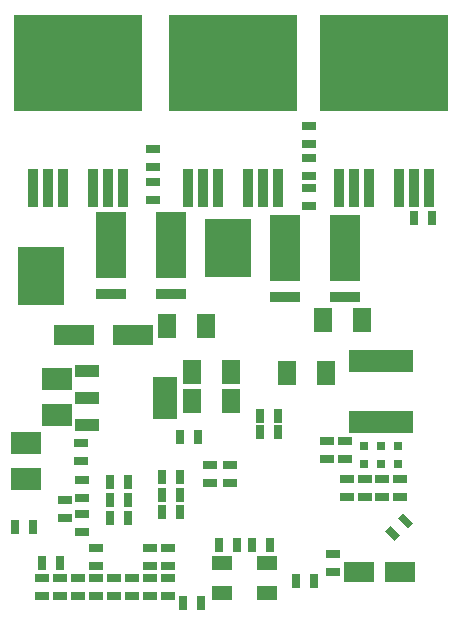
<source format=gbp>
G04 #@! TF.FileFunction,Paste,Bot*
%FSLAX46Y46*%
G04 Gerber Fmt 4.6, Leading zero omitted, Abs format (unit mm)*
G04 Created by KiCad (PCBNEW 4.0.1-stable) date 2016-02-06 8:57:16 PM*
%MOMM*%
G01*
G04 APERTURE LIST*
%ADD10C,0.150000*%
%ADD11R,3.500120X1.800860*%
%ADD12R,2.540000X5.588000*%
%ADD13R,2.540000X0.889000*%
%ADD14R,2.540000X1.699260*%
%ADD15R,1.800860X1.198880*%
%ADD16R,2.499360X1.950720*%
%ADD17R,5.499100X1.849120*%
%ADD18R,0.797560X0.797560*%
%ADD19R,4.000000X5.000000*%
%ADD20R,10.800080X8.150860*%
%ADD21R,0.899160X3.200400*%
%ADD22R,1.143000X0.635000*%
%ADD23R,1.524000X2.032000*%
%ADD24R,0.635000X1.143000*%
%ADD25R,2.032000X3.657600*%
%ADD26R,2.032000X1.016000*%
G04 APERTURE END LIST*
D10*
D11*
X89494360Y-113030000D03*
X84495640Y-113030000D03*
D12*
X102362000Y-105664000D03*
X107442000Y-105664000D03*
D13*
X102362000Y-109791500D03*
X107442000Y-109791500D03*
D12*
X87630000Y-105410000D03*
X92710000Y-105410000D03*
D13*
X87630000Y-109537500D03*
X92710000Y-109537500D03*
D14*
X108633260Y-133096000D03*
X112092740Y-133096000D03*
D15*
X97033080Y-134853680D03*
X97033080Y-132354320D03*
X100832920Y-132354320D03*
X100832920Y-134853680D03*
D16*
X80391000Y-125222000D03*
X80391000Y-122174000D03*
X83000000Y-116776000D03*
X83000000Y-119824000D03*
D17*
X110490000Y-120431560D03*
X110490000Y-115280440D03*
D18*
X111887000Y-123939300D03*
X111887000Y-122440700D03*
X110450000Y-123949300D03*
X110450000Y-122450700D03*
X109050000Y-123949300D03*
X109050000Y-122450700D03*
D19*
X81661000Y-108077000D03*
X97536000Y-105664000D03*
D20*
X110744000Y-89984580D03*
D21*
X114554000Y-100586540D03*
X113284000Y-100586540D03*
X112014000Y-100586540D03*
X109474000Y-100586540D03*
X108204000Y-100586540D03*
X106934000Y-100586540D03*
D20*
X97917000Y-89984580D03*
D21*
X101727000Y-100586540D03*
X100457000Y-100586540D03*
X99187000Y-100586540D03*
X96647000Y-100586540D03*
X95377000Y-100586540D03*
X94107000Y-100586540D03*
D20*
X84836000Y-89984580D03*
D21*
X88646000Y-100586540D03*
X87376000Y-100586540D03*
X86106000Y-100586540D03*
X83566000Y-100586540D03*
X82296000Y-100586540D03*
X81026000Y-100586540D03*
D22*
X83693000Y-127000000D03*
X83693000Y-128524000D03*
D10*
G36*
X112373210Y-128118567D02*
X113181433Y-128926790D01*
X112732420Y-129375803D01*
X111924197Y-128567580D01*
X112373210Y-128118567D01*
X112373210Y-128118567D01*
G37*
G36*
X111295580Y-129196197D02*
X112103803Y-130004420D01*
X111654790Y-130453433D01*
X110846567Y-129645210D01*
X111295580Y-129196197D01*
X111295580Y-129196197D01*
G37*
D22*
X81788000Y-133604000D03*
X81788000Y-135128000D03*
X92456000Y-132588000D03*
X92456000Y-131064000D03*
X90900000Y-132562000D03*
X90900000Y-131038000D03*
X86350000Y-132562000D03*
X86350000Y-131038000D03*
D23*
X102549000Y-116300000D03*
X105851000Y-116300000D03*
D22*
X96012000Y-124079000D03*
X96012000Y-125603000D03*
D24*
X96774000Y-130810000D03*
X98298000Y-130810000D03*
D22*
X107600000Y-126762000D03*
X107600000Y-125238000D03*
X97663000Y-125603000D03*
X97663000Y-124079000D03*
D24*
X100203000Y-121285000D03*
X101727000Y-121285000D03*
D22*
X105918000Y-123571000D03*
X105918000Y-122047000D03*
X85090000Y-123698000D03*
X85090000Y-122174000D03*
D24*
X103251000Y-133858000D03*
X104775000Y-133858000D03*
X95250000Y-135763000D03*
X93726000Y-135763000D03*
X101092000Y-130810000D03*
X99568000Y-130810000D03*
D23*
X105537000Y-111760000D03*
X108839000Y-111760000D03*
X92329000Y-112268000D03*
X95631000Y-112268000D03*
X94488000Y-116205000D03*
X97790000Y-116205000D03*
X94488000Y-118618000D03*
X97790000Y-118618000D03*
D22*
X107442000Y-123571000D03*
X107442000Y-122047000D03*
X85200000Y-125338000D03*
X85200000Y-126862000D03*
X85200000Y-129762000D03*
X85200000Y-128238000D03*
X106426000Y-131572000D03*
X106426000Y-133096000D03*
D24*
X81012000Y-129300000D03*
X79488000Y-129300000D03*
D22*
X83312000Y-135128000D03*
X83312000Y-133604000D03*
X86360000Y-135128000D03*
X86360000Y-133604000D03*
X89408000Y-135128000D03*
X89408000Y-133604000D03*
X92456000Y-135128000D03*
X92456000Y-133604000D03*
X90932000Y-135128000D03*
X90932000Y-133604000D03*
X87884000Y-135128000D03*
X87884000Y-133604000D03*
X84836000Y-135128000D03*
X84836000Y-133604000D03*
D24*
X93472000Y-121666000D03*
X94996000Y-121666000D03*
D22*
X109100000Y-125238000D03*
X109100000Y-126762000D03*
D24*
X87503000Y-128524000D03*
X89027000Y-128524000D03*
X93462000Y-128050000D03*
X91938000Y-128050000D03*
X87503000Y-127000000D03*
X89027000Y-127000000D03*
X93462000Y-126550000D03*
X91938000Y-126550000D03*
X114808000Y-103124000D03*
X113284000Y-103124000D03*
D22*
X104394000Y-96901000D03*
X104394000Y-95377000D03*
D24*
X87488000Y-125450000D03*
X89012000Y-125450000D03*
X93462000Y-125050000D03*
X91938000Y-125050000D03*
D22*
X104394000Y-100584000D03*
X104394000Y-102108000D03*
X104394000Y-98044000D03*
X104394000Y-99568000D03*
X112100000Y-125238000D03*
X112100000Y-126762000D03*
X110600000Y-125238000D03*
X110600000Y-126762000D03*
X91186000Y-100076000D03*
X91186000Y-101600000D03*
X91186000Y-97282000D03*
X91186000Y-98806000D03*
D24*
X83312000Y-132334000D03*
X81788000Y-132334000D03*
D25*
X92202000Y-118364000D03*
D26*
X85598000Y-118364000D03*
X85598000Y-116078000D03*
X85598000Y-120650000D03*
D24*
X100203000Y-119888000D03*
X101727000Y-119888000D03*
M02*

</source>
